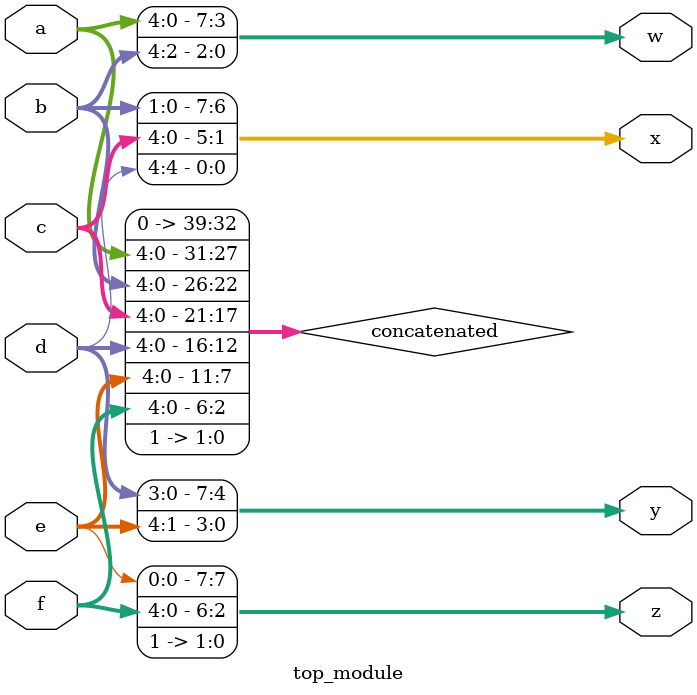
<source format=sv>
module top_module (
    input [4:0] a,
    input [4:0] b,
    input [4:0] c,
    input [4:0] d,
    input [4:0] e,
    input [4:0] f,
    output [7:0] w,
    output [7:0] x,
    output [7:0] y,
    output [7:0] z
);

    // Concatenation
    wire [39:0] concatenated;
    assign concatenated = {a, b, c, d, e, f, 2'b11};

    // Assign to outputs
    assign w = concatenated[31:24];
    assign x = concatenated[23:16];
    assign y = concatenated[15:8];
    assign z = concatenated[7:0];

endmodule

</source>
